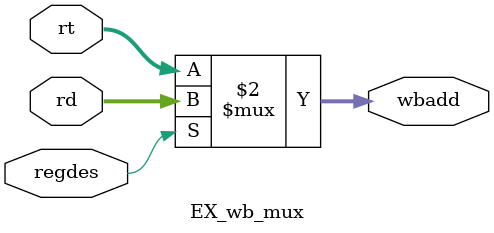
<source format=v>
`timescale 1ns / 1ps


module EX_wb_mux(
            input [4:0] rt,rd,
            input regdes,
            output [4:0] wbadd
    );
            assign wbadd = (regdes == 1'b1)     ?       rd      :       rt;
endmodule

</source>
